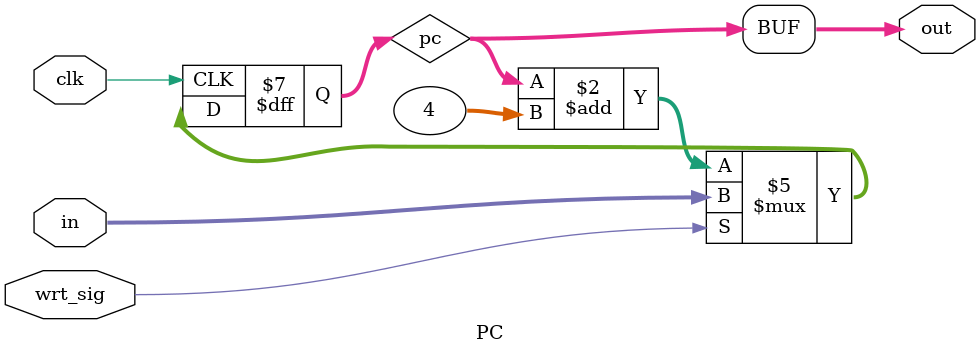
<source format=v>
`ifndef _PC_V_
`define _PC_V_

module PC(out, wrt_sig, in, clk);

output [31:0] out;
input wrt_sig;
input [31:0] in;
input clk;

reg [31:0] pc;

initial
begin
    pc = 0;
end

assign out = pc;

always @(posedge clk) begin
    if (wrt_sig) pc = in;
    else pc = pc + 4;
    $display($time, " [PC] Update = %d ---------------------------------- ", pc);
end

endmodule

`endif
</source>
